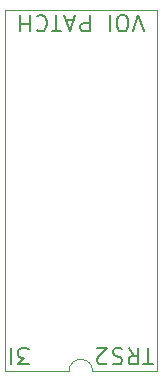
<source format=gbr>
%TF.GenerationSoftware,KiCad,Pcbnew,8.0.7*%
%TF.CreationDate,2025-03-21T13:40:33-04:00*%
%TF.ProjectId,TRS2_SOU_PATCH,54525332-5f53-44f5-955f-50415443482e,rev?*%
%TF.SameCoordinates,Original*%
%TF.FileFunction,Legend,Top*%
%TF.FilePolarity,Positive*%
%FSLAX46Y46*%
G04 Gerber Fmt 4.6, Leading zero omitted, Abs format (unit mm)*
G04 Created by KiCad (PCBNEW 8.0.7) date 2025-03-21 13:40:33*
%MOMM*%
%LPD*%
G01*
G04 APERTURE LIST*
%ADD10C,0.200000*%
%ADD11C,0.120000*%
G04 APERTURE END LIST*
D10*
X150920000Y-79502733D02*
X150120000Y-79502733D01*
X150520000Y-78102733D02*
X150520000Y-79502733D01*
X148853333Y-78102733D02*
X149320000Y-78769400D01*
X149653333Y-78102733D02*
X149653333Y-79502733D01*
X149653333Y-79502733D02*
X149120000Y-79502733D01*
X149120000Y-79502733D02*
X148986667Y-79436066D01*
X148986667Y-79436066D02*
X148920000Y-79369400D01*
X148920000Y-79369400D02*
X148853333Y-79236066D01*
X148853333Y-79236066D02*
X148853333Y-79036066D01*
X148853333Y-79036066D02*
X148920000Y-78902733D01*
X148920000Y-78902733D02*
X148986667Y-78836066D01*
X148986667Y-78836066D02*
X149120000Y-78769400D01*
X149120000Y-78769400D02*
X149653333Y-78769400D01*
X148320000Y-78169400D02*
X148120000Y-78102733D01*
X148120000Y-78102733D02*
X147786667Y-78102733D01*
X147786667Y-78102733D02*
X147653333Y-78169400D01*
X147653333Y-78169400D02*
X147586667Y-78236066D01*
X147586667Y-78236066D02*
X147520000Y-78369400D01*
X147520000Y-78369400D02*
X147520000Y-78502733D01*
X147520000Y-78502733D02*
X147586667Y-78636066D01*
X147586667Y-78636066D02*
X147653333Y-78702733D01*
X147653333Y-78702733D02*
X147786667Y-78769400D01*
X147786667Y-78769400D02*
X148053333Y-78836066D01*
X148053333Y-78836066D02*
X148186667Y-78902733D01*
X148186667Y-78902733D02*
X148253333Y-78969400D01*
X148253333Y-78969400D02*
X148320000Y-79102733D01*
X148320000Y-79102733D02*
X148320000Y-79236066D01*
X148320000Y-79236066D02*
X148253333Y-79369400D01*
X148253333Y-79369400D02*
X148186667Y-79436066D01*
X148186667Y-79436066D02*
X148053333Y-79502733D01*
X148053333Y-79502733D02*
X147720000Y-79502733D01*
X147720000Y-79502733D02*
X147520000Y-79436066D01*
X146986667Y-79369400D02*
X146920000Y-79436066D01*
X146920000Y-79436066D02*
X146786667Y-79502733D01*
X146786667Y-79502733D02*
X146453334Y-79502733D01*
X146453334Y-79502733D02*
X146320000Y-79436066D01*
X146320000Y-79436066D02*
X146253334Y-79369400D01*
X146253334Y-79369400D02*
X146186667Y-79236066D01*
X146186667Y-79236066D02*
X146186667Y-79102733D01*
X146186667Y-79102733D02*
X146253334Y-78902733D01*
X146253334Y-78902733D02*
X147053334Y-78102733D01*
X147053334Y-78102733D02*
X146186667Y-78102733D01*
X140386666Y-79502733D02*
X139519999Y-79502733D01*
X139519999Y-79502733D02*
X139986666Y-78969400D01*
X139986666Y-78969400D02*
X139786666Y-78969400D01*
X139786666Y-78969400D02*
X139653332Y-78902733D01*
X139653332Y-78902733D02*
X139586666Y-78836066D01*
X139586666Y-78836066D02*
X139519999Y-78702733D01*
X139519999Y-78702733D02*
X139519999Y-78369400D01*
X139519999Y-78369400D02*
X139586666Y-78236066D01*
X139586666Y-78236066D02*
X139653332Y-78169400D01*
X139653332Y-78169400D02*
X139786666Y-78102733D01*
X139786666Y-78102733D02*
X140186666Y-78102733D01*
X140186666Y-78102733D02*
X140319999Y-78169400D01*
X140319999Y-78169400D02*
X140386666Y-78236066D01*
X138919999Y-78102733D02*
X138919999Y-79502733D01*
X150153333Y-51308733D02*
X149686667Y-49908733D01*
X149686667Y-49908733D02*
X149220000Y-51308733D01*
X148486667Y-51308733D02*
X148220000Y-51308733D01*
X148220000Y-51308733D02*
X148086667Y-51242066D01*
X148086667Y-51242066D02*
X147953333Y-51108733D01*
X147953333Y-51108733D02*
X147886667Y-50842066D01*
X147886667Y-50842066D02*
X147886667Y-50375400D01*
X147886667Y-50375400D02*
X147953333Y-50108733D01*
X147953333Y-50108733D02*
X148086667Y-49975400D01*
X148086667Y-49975400D02*
X148220000Y-49908733D01*
X148220000Y-49908733D02*
X148486667Y-49908733D01*
X148486667Y-49908733D02*
X148620000Y-49975400D01*
X148620000Y-49975400D02*
X148753333Y-50108733D01*
X148753333Y-50108733D02*
X148820000Y-50375400D01*
X148820000Y-50375400D02*
X148820000Y-50842066D01*
X148820000Y-50842066D02*
X148753333Y-51108733D01*
X148753333Y-51108733D02*
X148620000Y-51242066D01*
X148620000Y-51242066D02*
X148486667Y-51308733D01*
X147286666Y-49908733D02*
X147286666Y-51308733D01*
X145553332Y-49908733D02*
X145553332Y-51308733D01*
X145553332Y-51308733D02*
X145019999Y-51308733D01*
X145019999Y-51308733D02*
X144886666Y-51242066D01*
X144886666Y-51242066D02*
X144819999Y-51175400D01*
X144819999Y-51175400D02*
X144753332Y-51042066D01*
X144753332Y-51042066D02*
X144753332Y-50842066D01*
X144753332Y-50842066D02*
X144819999Y-50708733D01*
X144819999Y-50708733D02*
X144886666Y-50642066D01*
X144886666Y-50642066D02*
X145019999Y-50575400D01*
X145019999Y-50575400D02*
X145553332Y-50575400D01*
X144219999Y-50308733D02*
X143553332Y-50308733D01*
X144353332Y-49908733D02*
X143886666Y-51308733D01*
X143886666Y-51308733D02*
X143419999Y-49908733D01*
X143153332Y-51308733D02*
X142353332Y-51308733D01*
X142753332Y-49908733D02*
X142753332Y-51308733D01*
X141086665Y-50042066D02*
X141153332Y-49975400D01*
X141153332Y-49975400D02*
X141353332Y-49908733D01*
X141353332Y-49908733D02*
X141486665Y-49908733D01*
X141486665Y-49908733D02*
X141686665Y-49975400D01*
X141686665Y-49975400D02*
X141819999Y-50108733D01*
X141819999Y-50108733D02*
X141886665Y-50242066D01*
X141886665Y-50242066D02*
X141953332Y-50508733D01*
X141953332Y-50508733D02*
X141953332Y-50708733D01*
X141953332Y-50708733D02*
X141886665Y-50975400D01*
X141886665Y-50975400D02*
X141819999Y-51108733D01*
X141819999Y-51108733D02*
X141686665Y-51242066D01*
X141686665Y-51242066D02*
X141486665Y-51308733D01*
X141486665Y-51308733D02*
X141353332Y-51308733D01*
X141353332Y-51308733D02*
X141153332Y-51242066D01*
X141153332Y-51242066D02*
X141086665Y-51175400D01*
X140486665Y-49908733D02*
X140486665Y-51308733D01*
X140486665Y-50642066D02*
X139686665Y-50642066D01*
X139686665Y-49908733D02*
X139686665Y-51308733D01*
D11*
%TO.C,U2*%
X138360000Y-49480000D02*
X138360000Y-80080000D01*
X138360000Y-80080000D02*
X143820000Y-80080000D01*
X145820000Y-80080000D02*
X151280000Y-80080000D01*
X151280000Y-49480000D02*
X138360000Y-49480000D01*
X151280000Y-80080000D02*
X151280000Y-49480000D01*
X143820000Y-80080000D02*
G75*
G02*
X145820000Y-80080000I1000000J0D01*
G01*
%TD*%
M02*

</source>
